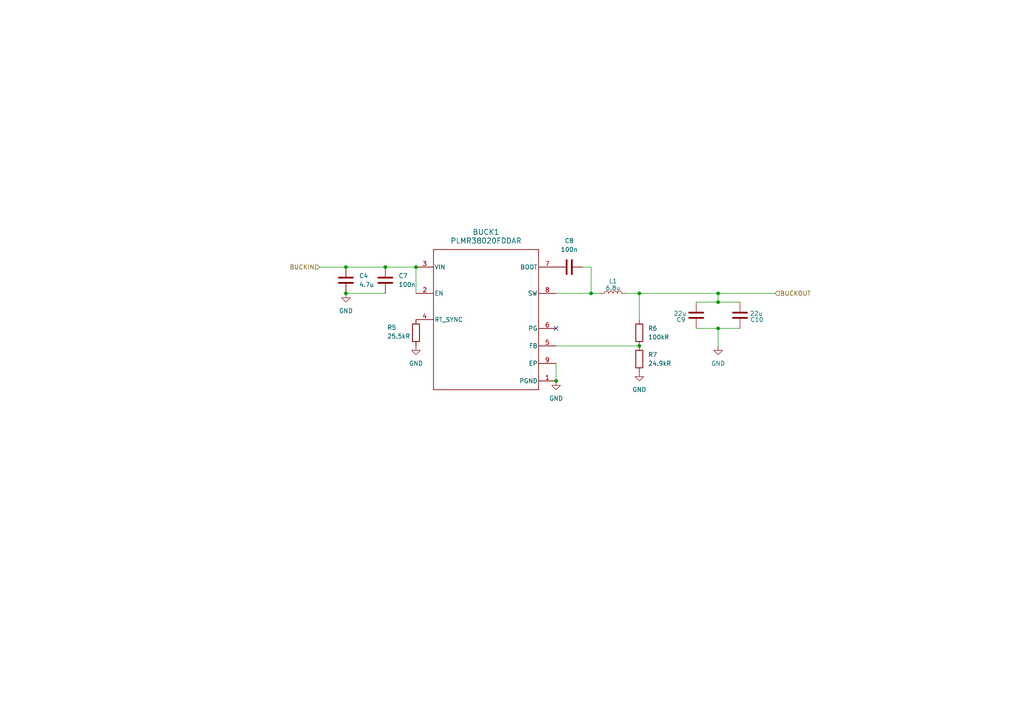
<source format=kicad_sch>
(kicad_sch
	(version 20231120)
	(generator "eeschema")
	(generator_version "8.0")
	(uuid "f42cae02-cbdc-43b6-884f-a365e09c33ae")
	(paper "A4")
	(lib_symbols
		(symbol "Device:C"
			(pin_numbers hide)
			(pin_names
				(offset 0.254)
			)
			(exclude_from_sim no)
			(in_bom yes)
			(on_board yes)
			(property "Reference" "C"
				(at 0.635 2.54 0)
				(effects
					(font
						(size 1.27 1.27)
					)
					(justify left)
				)
			)
			(property "Value" "C"
				(at 0.635 -2.54 0)
				(effects
					(font
						(size 1.27 1.27)
					)
					(justify left)
				)
			)
			(property "Footprint" ""
				(at 0.9652 -3.81 0)
				(effects
					(font
						(size 1.27 1.27)
					)
					(hide yes)
				)
			)
			(property "Datasheet" "~"
				(at 0 0 0)
				(effects
					(font
						(size 1.27 1.27)
					)
					(hide yes)
				)
			)
			(property "Description" "Unpolarized capacitor"
				(at 0 0 0)
				(effects
					(font
						(size 1.27 1.27)
					)
					(hide yes)
				)
			)
			(property "ki_keywords" "cap capacitor"
				(at 0 0 0)
				(effects
					(font
						(size 1.27 1.27)
					)
					(hide yes)
				)
			)
			(property "ki_fp_filters" "C_*"
				(at 0 0 0)
				(effects
					(font
						(size 1.27 1.27)
					)
					(hide yes)
				)
			)
			(symbol "C_0_1"
				(polyline
					(pts
						(xy -2.032 -0.762) (xy 2.032 -0.762)
					)
					(stroke
						(width 0.508)
						(type default)
					)
					(fill
						(type none)
					)
				)
				(polyline
					(pts
						(xy -2.032 0.762) (xy 2.032 0.762)
					)
					(stroke
						(width 0.508)
						(type default)
					)
					(fill
						(type none)
					)
				)
			)
			(symbol "C_1_1"
				(pin passive line
					(at 0 3.81 270)
					(length 2.794)
					(name "~"
						(effects
							(font
								(size 1.27 1.27)
							)
						)
					)
					(number "1"
						(effects
							(font
								(size 1.27 1.27)
							)
						)
					)
				)
				(pin passive line
					(at 0 -3.81 90)
					(length 2.794)
					(name "~"
						(effects
							(font
								(size 1.27 1.27)
							)
						)
					)
					(number "2"
						(effects
							(font
								(size 1.27 1.27)
							)
						)
					)
				)
			)
		)
		(symbol "Device:L"
			(pin_numbers hide)
			(pin_names
				(offset 1.016) hide)
			(exclude_from_sim no)
			(in_bom yes)
			(on_board yes)
			(property "Reference" "L"
				(at -1.27 0 90)
				(effects
					(font
						(size 1.27 1.27)
					)
				)
			)
			(property "Value" "L"
				(at 1.905 0 90)
				(effects
					(font
						(size 1.27 1.27)
					)
				)
			)
			(property "Footprint" ""
				(at 0 0 0)
				(effects
					(font
						(size 1.27 1.27)
					)
					(hide yes)
				)
			)
			(property "Datasheet" "~"
				(at 0 0 0)
				(effects
					(font
						(size 1.27 1.27)
					)
					(hide yes)
				)
			)
			(property "Description" "Inductor"
				(at 0 0 0)
				(effects
					(font
						(size 1.27 1.27)
					)
					(hide yes)
				)
			)
			(property "ki_keywords" "inductor choke coil reactor magnetic"
				(at 0 0 0)
				(effects
					(font
						(size 1.27 1.27)
					)
					(hide yes)
				)
			)
			(property "ki_fp_filters" "Choke_* *Coil* Inductor_* L_*"
				(at 0 0 0)
				(effects
					(font
						(size 1.27 1.27)
					)
					(hide yes)
				)
			)
			(symbol "L_0_1"
				(arc
					(start 0 -2.54)
					(mid 0.6323 -1.905)
					(end 0 -1.27)
					(stroke
						(width 0)
						(type default)
					)
					(fill
						(type none)
					)
				)
				(arc
					(start 0 -1.27)
					(mid 0.6323 -0.635)
					(end 0 0)
					(stroke
						(width 0)
						(type default)
					)
					(fill
						(type none)
					)
				)
				(arc
					(start 0 0)
					(mid 0.6323 0.635)
					(end 0 1.27)
					(stroke
						(width 0)
						(type default)
					)
					(fill
						(type none)
					)
				)
				(arc
					(start 0 1.27)
					(mid 0.6323 1.905)
					(end 0 2.54)
					(stroke
						(width 0)
						(type default)
					)
					(fill
						(type none)
					)
				)
			)
			(symbol "L_1_1"
				(pin passive line
					(at 0 3.81 270)
					(length 1.27)
					(name "1"
						(effects
							(font
								(size 1.27 1.27)
							)
						)
					)
					(number "1"
						(effects
							(font
								(size 1.27 1.27)
							)
						)
					)
				)
				(pin passive line
					(at 0 -3.81 90)
					(length 1.27)
					(name "2"
						(effects
							(font
								(size 1.27 1.27)
							)
						)
					)
					(number "2"
						(effects
							(font
								(size 1.27 1.27)
							)
						)
					)
				)
			)
		)
		(symbol "Device:R"
			(pin_numbers hide)
			(pin_names
				(offset 0)
			)
			(exclude_from_sim no)
			(in_bom yes)
			(on_board yes)
			(property "Reference" "R"
				(at 2.032 0 90)
				(effects
					(font
						(size 1.27 1.27)
					)
				)
			)
			(property "Value" "R"
				(at 0 0 90)
				(effects
					(font
						(size 1.27 1.27)
					)
				)
			)
			(property "Footprint" ""
				(at -1.778 0 90)
				(effects
					(font
						(size 1.27 1.27)
					)
					(hide yes)
				)
			)
			(property "Datasheet" "~"
				(at 0 0 0)
				(effects
					(font
						(size 1.27 1.27)
					)
					(hide yes)
				)
			)
			(property "Description" "Resistor"
				(at 0 0 0)
				(effects
					(font
						(size 1.27 1.27)
					)
					(hide yes)
				)
			)
			(property "ki_keywords" "R res resistor"
				(at 0 0 0)
				(effects
					(font
						(size 1.27 1.27)
					)
					(hide yes)
				)
			)
			(property "ki_fp_filters" "R_*"
				(at 0 0 0)
				(effects
					(font
						(size 1.27 1.27)
					)
					(hide yes)
				)
			)
			(symbol "R_0_1"
				(rectangle
					(start -1.016 -2.54)
					(end 1.016 2.54)
					(stroke
						(width 0.254)
						(type default)
					)
					(fill
						(type none)
					)
				)
			)
			(symbol "R_1_1"
				(pin passive line
					(at 0 3.81 270)
					(length 1.27)
					(name "~"
						(effects
							(font
								(size 1.27 1.27)
							)
						)
					)
					(number "1"
						(effects
							(font
								(size 1.27 1.27)
							)
						)
					)
				)
				(pin passive line
					(at 0 -3.81 90)
					(length 1.27)
					(name "~"
						(effects
							(font
								(size 1.27 1.27)
							)
						)
					)
					(number "2"
						(effects
							(font
								(size 1.27 1.27)
							)
						)
					)
				)
			)
		)
		(symbol "LMR38020:PLMR38020FDDAR"
			(pin_names
				(offset 0.254)
			)
			(exclude_from_sim no)
			(in_bom yes)
			(on_board yes)
			(property "Reference" "U"
				(at 0 2.54 0)
				(effects
					(font
						(size 1.524 1.524)
					)
				)
			)
			(property "Value" "PLMR38020FDDAR"
				(at 0 0 0)
				(effects
					(font
						(size 1.524 1.524)
					)
				)
			)
			(property "Footprint" "LMR38020:LMR38020"
				(at 0 0 0)
				(effects
					(font
						(size 1.27 1.27)
						(italic yes)
					)
					(hide yes)
				)
			)
			(property "Datasheet" "PLMR38020FDDAR"
				(at 0 0 0)
				(effects
					(font
						(size 1.27 1.27)
						(italic yes)
					)
					(hide yes)
				)
			)
			(property "Description" ""
				(at 0 0 0)
				(effects
					(font
						(size 1.27 1.27)
					)
					(hide yes)
				)
			)
			(property "ki_keywords" "PLMR38020FDDAR"
				(at 0 0 0)
				(effects
					(font
						(size 1.27 1.27)
					)
					(hide yes)
				)
			)
			(property "ki_fp_filters" "DDA0008E-IPC_A DDA0008E-IPC_B DDA0008E-IPC_C DDA0008E-MFG"
				(at 0 0 0)
				(effects
					(font
						(size 1.27 1.27)
					)
					(hide yes)
				)
			)
			(symbol "PLMR38020FDDAR_0_1"
				(polyline
					(pts
						(xy 5.08 -35.56) (xy 35.56 -35.56)
					)
					(stroke
						(width 0.2032)
						(type default)
					)
					(fill
						(type none)
					)
				)
				(polyline
					(pts
						(xy 5.08 5.08) (xy 5.08 -35.56)
					)
					(stroke
						(width 0.2032)
						(type default)
					)
					(fill
						(type none)
					)
				)
				(polyline
					(pts
						(xy 35.56 -35.56) (xy 35.56 5.08)
					)
					(stroke
						(width 0.2032)
						(type default)
					)
					(fill
						(type none)
					)
				)
				(polyline
					(pts
						(xy 35.56 5.08) (xy 5.08 5.08)
					)
					(stroke
						(width 0.2032)
						(type default)
					)
					(fill
						(type none)
					)
				)
				(pin power_in line
					(at 40.64 -33.02 180)
					(length 5.08)
					(name "PGND"
						(effects
							(font
								(size 1.27 1.27)
							)
						)
					)
					(number "1"
						(effects
							(font
								(size 1.27 1.27)
							)
						)
					)
				)
				(pin input line
					(at 0 -7.62 0)
					(length 5.08)
					(name "EN"
						(effects
							(font
								(size 1.27 1.27)
							)
						)
					)
					(number "2"
						(effects
							(font
								(size 1.27 1.27)
							)
						)
					)
				)
				(pin power_in line
					(at 0 0 0)
					(length 5.08)
					(name "VIN"
						(effects
							(font
								(size 1.27 1.27)
							)
						)
					)
					(number "3"
						(effects
							(font
								(size 1.27 1.27)
							)
						)
					)
				)
				(pin unspecified line
					(at 0 -15.24 0)
					(length 5.08)
					(name "RT_SYNC"
						(effects
							(font
								(size 1.27 1.27)
							)
						)
					)
					(number "4"
						(effects
							(font
								(size 1.27 1.27)
							)
						)
					)
				)
				(pin unspecified line
					(at 40.64 -22.86 180)
					(length 5.08)
					(name "FB"
						(effects
							(font
								(size 1.27 1.27)
							)
						)
					)
					(number "5"
						(effects
							(font
								(size 1.27 1.27)
							)
						)
					)
				)
				(pin open_collector line
					(at 40.64 -17.78 180)
					(length 5.08)
					(name "PG"
						(effects
							(font
								(size 1.27 1.27)
							)
						)
					)
					(number "6"
						(effects
							(font
								(size 1.27 1.27)
							)
						)
					)
				)
				(pin unspecified line
					(at 40.64 0 180)
					(length 5.08)
					(name "BOOT"
						(effects
							(font
								(size 1.27 1.27)
							)
						)
					)
					(number "7"
						(effects
							(font
								(size 1.27 1.27)
							)
						)
					)
				)
				(pin unspecified line
					(at 40.64 -7.62 180)
					(length 5.08)
					(name "SW"
						(effects
							(font
								(size 1.27 1.27)
							)
						)
					)
					(number "8"
						(effects
							(font
								(size 1.27 1.27)
							)
						)
					)
				)
				(pin unspecified line
					(at 40.64 -27.94 180)
					(length 5.08)
					(name "EP"
						(effects
							(font
								(size 1.27 1.27)
							)
						)
					)
					(number "9"
						(effects
							(font
								(size 1.27 1.27)
							)
						)
					)
				)
			)
		)
		(symbol "power:GND"
			(power)
			(pin_numbers hide)
			(pin_names
				(offset 0) hide)
			(exclude_from_sim no)
			(in_bom yes)
			(on_board yes)
			(property "Reference" "#PWR"
				(at 0 -6.35 0)
				(effects
					(font
						(size 1.27 1.27)
					)
					(hide yes)
				)
			)
			(property "Value" "GND"
				(at 0 -3.81 0)
				(effects
					(font
						(size 1.27 1.27)
					)
				)
			)
			(property "Footprint" ""
				(at 0 0 0)
				(effects
					(font
						(size 1.27 1.27)
					)
					(hide yes)
				)
			)
			(property "Datasheet" ""
				(at 0 0 0)
				(effects
					(font
						(size 1.27 1.27)
					)
					(hide yes)
				)
			)
			(property "Description" "Power symbol creates a global label with name \"GND\" , ground"
				(at 0 0 0)
				(effects
					(font
						(size 1.27 1.27)
					)
					(hide yes)
				)
			)
			(property "ki_keywords" "global power"
				(at 0 0 0)
				(effects
					(font
						(size 1.27 1.27)
					)
					(hide yes)
				)
			)
			(symbol "GND_0_1"
				(polyline
					(pts
						(xy 0 0) (xy 0 -1.27) (xy 1.27 -1.27) (xy 0 -2.54) (xy -1.27 -1.27) (xy 0 -1.27)
					)
					(stroke
						(width 0)
						(type default)
					)
					(fill
						(type none)
					)
				)
			)
			(symbol "GND_1_1"
				(pin power_in line
					(at 0 0 270)
					(length 0)
					(name "~"
						(effects
							(font
								(size 1.27 1.27)
							)
						)
					)
					(number "1"
						(effects
							(font
								(size 1.27 1.27)
							)
						)
					)
				)
			)
		)
	)
	(junction
		(at 171.45 85.09)
		(diameter 0)
		(color 0 0 0 0)
		(uuid "12244384-c80a-44b1-bc1e-edf6827fbef6")
	)
	(junction
		(at 185.42 100.33)
		(diameter 0)
		(color 0 0 0 0)
		(uuid "23037189-bab7-42d5-b70a-9f1fbf3e9908")
	)
	(junction
		(at 208.28 85.09)
		(diameter 0)
		(color 0 0 0 0)
		(uuid "2585c1f6-429a-4b43-8fba-50c8c2350566")
	)
	(junction
		(at 111.76 77.47)
		(diameter 0)
		(color 0 0 0 0)
		(uuid "26cf5d6c-1ee2-426a-b38a-5cc2709a5511")
	)
	(junction
		(at 120.65 77.47)
		(diameter 0)
		(color 0 0 0 0)
		(uuid "3740b8a1-599e-46cb-a866-0b3a6bd57b8f")
	)
	(junction
		(at 185.42 85.09)
		(diameter 0)
		(color 0 0 0 0)
		(uuid "8e9cf4ac-306b-4acf-8b37-d8ad8636fccb")
	)
	(junction
		(at 100.33 77.47)
		(diameter 0)
		(color 0 0 0 0)
		(uuid "9e948259-c6d9-4e35-96e9-9168c743b237")
	)
	(junction
		(at 100.33 85.09)
		(diameter 0)
		(color 0 0 0 0)
		(uuid "a078a2f5-93ba-4229-999f-d795a1c34251")
	)
	(junction
		(at 208.28 87.63)
		(diameter 0)
		(color 0 0 0 0)
		(uuid "bab6ca38-8c1a-43de-a66e-30f3184522e0")
	)
	(junction
		(at 161.29 110.49)
		(diameter 0)
		(color 0 0 0 0)
		(uuid "c7f14969-72f6-4048-801e-df96c3a43bf8")
	)
	(junction
		(at 208.28 95.25)
		(diameter 0)
		(color 0 0 0 0)
		(uuid "e18f58be-6269-4541-af74-d49188732381")
	)
	(no_connect
		(at 161.29 95.25)
		(uuid "7e9c3591-0c6b-415e-872d-2fdae0bbefd8")
	)
	(wire
		(pts
			(xy 181.61 85.09) (xy 185.42 85.09)
		)
		(stroke
			(width 0)
			(type default)
		)
		(uuid "0314460b-bbd3-4bf7-8380-ef09a4f8b81e")
	)
	(wire
		(pts
			(xy 120.65 77.47) (xy 120.65 85.09)
		)
		(stroke
			(width 0)
			(type default)
		)
		(uuid "0b0a515b-996e-4fb5-a610-9e61f3b95c3c")
	)
	(wire
		(pts
			(xy 161.29 105.41) (xy 161.29 110.49)
		)
		(stroke
			(width 0)
			(type default)
		)
		(uuid "0c9178b5-ca78-4b74-8083-17761e757f41")
	)
	(wire
		(pts
			(xy 208.28 95.25) (xy 208.28 100.33)
		)
		(stroke
			(width 0)
			(type default)
		)
		(uuid "0cf5bcbe-6420-4f50-9bc7-30620475a46a")
	)
	(wire
		(pts
			(xy 185.42 85.09) (xy 185.42 92.71)
		)
		(stroke
			(width 0)
			(type default)
		)
		(uuid "3647759a-76aa-4e53-a49e-018cc2639ee0")
	)
	(wire
		(pts
			(xy 120.65 77.47) (xy 111.76 77.47)
		)
		(stroke
			(width 0)
			(type default)
		)
		(uuid "3a6904e4-0305-411c-a0ef-97d20733d290")
	)
	(wire
		(pts
			(xy 161.29 100.33) (xy 185.42 100.33)
		)
		(stroke
			(width 0)
			(type default)
		)
		(uuid "48d69bbd-25d1-4796-8792-faecfe7ef701")
	)
	(wire
		(pts
			(xy 171.45 85.09) (xy 161.29 85.09)
		)
		(stroke
			(width 0)
			(type default)
		)
		(uuid "4936edd6-e1da-4138-b74c-09c021d264f2")
	)
	(wire
		(pts
			(xy 100.33 85.09) (xy 111.76 85.09)
		)
		(stroke
			(width 0)
			(type default)
		)
		(uuid "6421f9bd-2a38-42ed-b7ab-961d2e2157e5")
	)
	(wire
		(pts
			(xy 208.28 85.09) (xy 224.79 85.09)
		)
		(stroke
			(width 0)
			(type default)
		)
		(uuid "657420af-3ced-4706-8bc2-5017aa58b25d")
	)
	(wire
		(pts
			(xy 185.42 85.09) (xy 208.28 85.09)
		)
		(stroke
			(width 0)
			(type default)
		)
		(uuid "82f3b981-bb60-4eb2-b3db-508a74a86798")
	)
	(wire
		(pts
			(xy 92.71 77.47) (xy 100.33 77.47)
		)
		(stroke
			(width 0)
			(type default)
		)
		(uuid "90b40540-af3c-4696-86bb-a5a739374d87")
	)
	(wire
		(pts
			(xy 171.45 77.47) (xy 168.91 77.47)
		)
		(stroke
			(width 0)
			(type default)
		)
		(uuid "9c2d947f-aa95-42d2-9728-35dd93d44e14")
	)
	(wire
		(pts
			(xy 201.93 95.25) (xy 208.28 95.25)
		)
		(stroke
			(width 0)
			(type default)
		)
		(uuid "ced0232d-c476-49b7-9205-998c21aa1e23")
	)
	(wire
		(pts
			(xy 208.28 95.25) (xy 214.63 95.25)
		)
		(stroke
			(width 0)
			(type default)
		)
		(uuid "d48eae75-b9eb-4c0c-a290-11485af68b7c")
	)
	(wire
		(pts
			(xy 173.99 85.09) (xy 171.45 85.09)
		)
		(stroke
			(width 0)
			(type default)
		)
		(uuid "ddee6fd8-c153-40c7-9ae5-b415146e45eb")
	)
	(wire
		(pts
			(xy 208.28 85.09) (xy 208.28 87.63)
		)
		(stroke
			(width 0)
			(type default)
		)
		(uuid "e77d3fb6-6813-4a06-b030-8e948c8e5d93")
	)
	(wire
		(pts
			(xy 171.45 77.47) (xy 171.45 85.09)
		)
		(stroke
			(width 0)
			(type default)
		)
		(uuid "ef23fd3c-cfb1-431a-9327-dca2089a6df0")
	)
	(wire
		(pts
			(xy 100.33 77.47) (xy 111.76 77.47)
		)
		(stroke
			(width 0)
			(type default)
		)
		(uuid "f13dbdbf-652c-4253-958f-a08ec392f90f")
	)
	(wire
		(pts
			(xy 208.28 87.63) (xy 214.63 87.63)
		)
		(stroke
			(width 0)
			(type default)
		)
		(uuid "f93fc233-2c53-4c02-a952-2a65f3015802")
	)
	(wire
		(pts
			(xy 201.93 87.63) (xy 208.28 87.63)
		)
		(stroke
			(width 0)
			(type default)
		)
		(uuid "fe6320f2-a979-4424-943b-7d9c8c7f44e3")
	)
	(hierarchical_label "BUCKIN"
		(shape input)
		(at 92.71 77.47 180)
		(fields_autoplaced yes)
		(effects
			(font
				(size 1.27 1.27)
			)
			(justify right)
		)
		(uuid "7798ac0b-41cc-46d6-a752-dae4ba49ea13")
	)
	(hierarchical_label "BUCKOUT"
		(shape input)
		(at 224.79 85.09 0)
		(fields_autoplaced yes)
		(effects
			(font
				(size 1.27 1.27)
			)
			(justify left)
		)
		(uuid "945f6170-fc31-4b48-829d-6f4f3b895ab8")
	)
	(symbol
		(lib_id "power:GND")
		(at 208.28 100.33 0)
		(unit 1)
		(exclude_from_sim no)
		(in_bom yes)
		(on_board yes)
		(dnp no)
		(fields_autoplaced yes)
		(uuid "190b6ad0-591f-47be-9b80-a17057fcd3b3")
		(property "Reference" "#PWR046"
			(at 208.28 106.68 0)
			(effects
				(font
					(size 1.27 1.27)
				)
				(hide yes)
			)
		)
		(property "Value" "GND"
			(at 208.28 105.41 0)
			(effects
				(font
					(size 1.27 1.27)
				)
			)
		)
		(property "Footprint" ""
			(at 208.28 100.33 0)
			(effects
				(font
					(size 1.27 1.27)
				)
				(hide yes)
			)
		)
		(property "Datasheet" ""
			(at 208.28 100.33 0)
			(effects
				(font
					(size 1.27 1.27)
				)
				(hide yes)
			)
		)
		(property "Description" "Power symbol creates a global label with name \"GND\" , ground"
			(at 208.28 100.33 0)
			(effects
				(font
					(size 1.27 1.27)
				)
				(hide yes)
			)
		)
		(pin "1"
			(uuid "835d3d1d-97c3-43b3-bea7-8506f470c1fe")
		)
		(instances
			(project "PCB_CDFR"
				(path "/3c3cb7cd-e8cc-430c-ac5b-45b76eff6266/cb3bb705-7f4c-494f-95ba-ebbec583a1ba"
					(reference "#PWR046")
					(unit 1)
				)
			)
		)
	)
	(symbol
		(lib_id "power:GND")
		(at 185.42 107.95 0)
		(unit 1)
		(exclude_from_sim no)
		(in_bom yes)
		(on_board yes)
		(dnp no)
		(fields_autoplaced yes)
		(uuid "20b5e3f5-bb9a-4314-8721-02ef3df7b804")
		(property "Reference" "#PWR045"
			(at 185.42 114.3 0)
			(effects
				(font
					(size 1.27 1.27)
				)
				(hide yes)
			)
		)
		(property "Value" "GND"
			(at 185.42 113.03 0)
			(effects
				(font
					(size 1.27 1.27)
				)
			)
		)
		(property "Footprint" ""
			(at 185.42 107.95 0)
			(effects
				(font
					(size 1.27 1.27)
				)
				(hide yes)
			)
		)
		(property "Datasheet" ""
			(at 185.42 107.95 0)
			(effects
				(font
					(size 1.27 1.27)
				)
				(hide yes)
			)
		)
		(property "Description" "Power symbol creates a global label with name \"GND\" , ground"
			(at 185.42 107.95 0)
			(effects
				(font
					(size 1.27 1.27)
				)
				(hide yes)
			)
		)
		(pin "1"
			(uuid "8461ce13-f30e-484c-9f1a-e35ad973fbf2")
		)
		(instances
			(project "PCB_CDFR"
				(path "/3c3cb7cd-e8cc-430c-ac5b-45b76eff6266/cb3bb705-7f4c-494f-95ba-ebbec583a1ba"
					(reference "#PWR045")
					(unit 1)
				)
			)
		)
	)
	(symbol
		(lib_id "power:GND")
		(at 120.65 100.33 0)
		(unit 1)
		(exclude_from_sim no)
		(in_bom yes)
		(on_board yes)
		(dnp no)
		(fields_autoplaced yes)
		(uuid "4552e6b0-3452-4cf3-9fda-aca05ee831a3")
		(property "Reference" "#PWR043"
			(at 120.65 106.68 0)
			(effects
				(font
					(size 1.27 1.27)
				)
				(hide yes)
			)
		)
		(property "Value" "GND"
			(at 120.65 105.41 0)
			(effects
				(font
					(size 1.27 1.27)
				)
			)
		)
		(property "Footprint" ""
			(at 120.65 100.33 0)
			(effects
				(font
					(size 1.27 1.27)
				)
				(hide yes)
			)
		)
		(property "Datasheet" ""
			(at 120.65 100.33 0)
			(effects
				(font
					(size 1.27 1.27)
				)
				(hide yes)
			)
		)
		(property "Description" "Power symbol creates a global label with name \"GND\" , ground"
			(at 120.65 100.33 0)
			(effects
				(font
					(size 1.27 1.27)
				)
				(hide yes)
			)
		)
		(pin "1"
			(uuid "4b44d5cc-dec5-4e14-ba13-93ba9755b9e5")
		)
		(instances
			(project "PCB_CDFR"
				(path "/3c3cb7cd-e8cc-430c-ac5b-45b76eff6266/cb3bb705-7f4c-494f-95ba-ebbec583a1ba"
					(reference "#PWR043")
					(unit 1)
				)
			)
		)
	)
	(symbol
		(lib_id "Device:L")
		(at 177.8 85.09 90)
		(unit 1)
		(exclude_from_sim no)
		(in_bom yes)
		(on_board yes)
		(dnp no)
		(uuid "558755d4-5ea8-4338-9559-b1ed19fa42db")
		(property "Reference" "L1"
			(at 177.8 81.534 90)
			(effects
				(font
					(size 1.27 1.27)
				)
			)
		)
		(property "Value" "6.8u"
			(at 177.8 83.566 90)
			(effects
				(font
					(size 1.27 1.27)
				)
			)
		)
		(property "Footprint" ""
			(at 177.8 85.09 0)
			(effects
				(font
					(size 1.27 1.27)
				)
				(hide yes)
			)
		)
		(property "Datasheet" "~"
			(at 177.8 85.09 0)
			(effects
				(font
					(size 1.27 1.27)
				)
				(hide yes)
			)
		)
		(property "Description" "Inductor"
			(at 177.8 85.09 0)
			(effects
				(font
					(size 1.27 1.27)
				)
				(hide yes)
			)
		)
		(pin "2"
			(uuid "7ded7c47-da10-4eb6-a64a-b65dfe6d702b")
		)
		(pin "1"
			(uuid "9a7e1751-fc84-4aed-8c69-4a57848dd5cb")
		)
		(instances
			(project "PCB_CDFR"
				(path "/3c3cb7cd-e8cc-430c-ac5b-45b76eff6266/cb3bb705-7f4c-494f-95ba-ebbec583a1ba"
					(reference "L1")
					(unit 1)
				)
			)
		)
	)
	(symbol
		(lib_id "Device:R")
		(at 120.65 96.52 0)
		(unit 1)
		(exclude_from_sim no)
		(in_bom yes)
		(on_board yes)
		(dnp no)
		(uuid "58bc4d75-bac0-4be8-8909-74e86d284b6c")
		(property "Reference" "R5"
			(at 112.268 94.996 0)
			(effects
				(font
					(size 1.27 1.27)
				)
				(justify left)
			)
		)
		(property "Value" "25.5kR"
			(at 112.268 97.536 0)
			(effects
				(font
					(size 1.27 1.27)
				)
				(justify left)
			)
		)
		(property "Footprint" ""
			(at 118.872 96.52 90)
			(effects
				(font
					(size 1.27 1.27)
				)
				(hide yes)
			)
		)
		(property "Datasheet" "~"
			(at 120.65 96.52 0)
			(effects
				(font
					(size 1.27 1.27)
				)
				(hide yes)
			)
		)
		(property "Description" "Resistor"
			(at 120.65 96.52 0)
			(effects
				(font
					(size 1.27 1.27)
				)
				(hide yes)
			)
		)
		(pin "1"
			(uuid "12d42c22-e59f-44ba-aa6d-8cda23970789")
		)
		(pin "2"
			(uuid "c55b50ae-55a7-4b65-835e-edff7331749d")
		)
		(instances
			(project "PCB_CDFR"
				(path "/3c3cb7cd-e8cc-430c-ac5b-45b76eff6266/cb3bb705-7f4c-494f-95ba-ebbec583a1ba"
					(reference "R5")
					(unit 1)
				)
			)
		)
	)
	(symbol
		(lib_id "power:GND")
		(at 100.33 85.09 0)
		(unit 1)
		(exclude_from_sim no)
		(in_bom yes)
		(on_board yes)
		(dnp no)
		(fields_autoplaced yes)
		(uuid "7da0d341-d9d9-42d8-bfd9-046690d03843")
		(property "Reference" "#PWR042"
			(at 100.33 91.44 0)
			(effects
				(font
					(size 1.27 1.27)
				)
				(hide yes)
			)
		)
		(property "Value" "GND"
			(at 100.33 90.17 0)
			(effects
				(font
					(size 1.27 1.27)
				)
			)
		)
		(property "Footprint" ""
			(at 100.33 85.09 0)
			(effects
				(font
					(size 1.27 1.27)
				)
				(hide yes)
			)
		)
		(property "Datasheet" ""
			(at 100.33 85.09 0)
			(effects
				(font
					(size 1.27 1.27)
				)
				(hide yes)
			)
		)
		(property "Description" "Power symbol creates a global label with name \"GND\" , ground"
			(at 100.33 85.09 0)
			(effects
				(font
					(size 1.27 1.27)
				)
				(hide yes)
			)
		)
		(pin "1"
			(uuid "7d0cfa89-183c-4524-a6a4-d4f8ff91daa3")
		)
		(instances
			(project "PCB_CDFR"
				(path "/3c3cb7cd-e8cc-430c-ac5b-45b76eff6266/cb3bb705-7f4c-494f-95ba-ebbec583a1ba"
					(reference "#PWR042")
					(unit 1)
				)
			)
		)
	)
	(symbol
		(lib_id "Device:R")
		(at 185.42 96.52 180)
		(unit 1)
		(exclude_from_sim no)
		(in_bom yes)
		(on_board yes)
		(dnp no)
		(fields_autoplaced yes)
		(uuid "7db451eb-c23b-446f-9202-d7b5636cd186")
		(property "Reference" "R6"
			(at 187.96 95.2499 0)
			(effects
				(font
					(size 1.27 1.27)
				)
				(justify right)
			)
		)
		(property "Value" "100kR"
			(at 187.96 97.7899 0)
			(effects
				(font
					(size 1.27 1.27)
				)
				(justify right)
			)
		)
		(property "Footprint" ""
			(at 187.198 96.52 90)
			(effects
				(font
					(size 1.27 1.27)
				)
				(hide yes)
			)
		)
		(property "Datasheet" "~"
			(at 185.42 96.52 0)
			(effects
				(font
					(size 1.27 1.27)
				)
				(hide yes)
			)
		)
		(property "Description" "Resistor"
			(at 185.42 96.52 0)
			(effects
				(font
					(size 1.27 1.27)
				)
				(hide yes)
			)
		)
		(pin "1"
			(uuid "3b5237f6-2044-44be-9c6a-1e81739332e8")
		)
		(pin "2"
			(uuid "a73aed32-5af9-4979-a89a-f4843ce47015")
		)
		(instances
			(project "PCB_CDFR"
				(path "/3c3cb7cd-e8cc-430c-ac5b-45b76eff6266/cb3bb705-7f4c-494f-95ba-ebbec583a1ba"
					(reference "R6")
					(unit 1)
				)
			)
		)
	)
	(symbol
		(lib_id "Device:C")
		(at 100.33 81.28 0)
		(unit 1)
		(exclude_from_sim no)
		(in_bom yes)
		(on_board yes)
		(dnp no)
		(fields_autoplaced yes)
		(uuid "7fe665fa-1396-4332-b450-38b8592eafe2")
		(property "Reference" "C4"
			(at 104.14 80.0099 0)
			(effects
				(font
					(size 1.27 1.27)
				)
				(justify left)
			)
		)
		(property "Value" "4.7u"
			(at 104.14 82.5499 0)
			(effects
				(font
					(size 1.27 1.27)
				)
				(justify left)
			)
		)
		(property "Footprint" ""
			(at 101.2952 85.09 0)
			(effects
				(font
					(size 1.27 1.27)
				)
				(hide yes)
			)
		)
		(property "Datasheet" "~"
			(at 100.33 81.28 0)
			(effects
				(font
					(size 1.27 1.27)
				)
				(hide yes)
			)
		)
		(property "Description" "Unpolarized capacitor"
			(at 100.33 81.28 0)
			(effects
				(font
					(size 1.27 1.27)
				)
				(hide yes)
			)
		)
		(pin "2"
			(uuid "5e3f81f2-629f-49dd-a1f3-15cd0e59ac0e")
		)
		(pin "1"
			(uuid "18a2ae90-1d61-4e01-a343-956e5240e8b5")
		)
		(instances
			(project "PCB_CDFR"
				(path "/3c3cb7cd-e8cc-430c-ac5b-45b76eff6266/cb3bb705-7f4c-494f-95ba-ebbec583a1ba"
					(reference "C4")
					(unit 1)
				)
			)
		)
	)
	(symbol
		(lib_id "Device:C")
		(at 214.63 91.44 0)
		(unit 1)
		(exclude_from_sim no)
		(in_bom yes)
		(on_board yes)
		(dnp no)
		(uuid "93439829-d3d9-4425-afe6-5944fc576b2d")
		(property "Reference" "C10"
			(at 221.488 92.71 0)
			(effects
				(font
					(size 1.27 1.27)
				)
				(justify right)
			)
		)
		(property "Value" "22u"
			(at 221.234 90.932 0)
			(effects
				(font
					(size 1.27 1.27)
				)
				(justify right)
			)
		)
		(property "Footprint" ""
			(at 215.5952 95.25 0)
			(effects
				(font
					(size 1.27 1.27)
				)
				(hide yes)
			)
		)
		(property "Datasheet" "~"
			(at 214.63 91.44 0)
			(effects
				(font
					(size 1.27 1.27)
				)
				(hide yes)
			)
		)
		(property "Description" "Unpolarized capacitor"
			(at 214.63 91.44 0)
			(effects
				(font
					(size 1.27 1.27)
				)
				(hide yes)
			)
		)
		(pin "2"
			(uuid "5efe9c37-760d-4bcf-95dd-de358396f8f8")
		)
		(pin "1"
			(uuid "ef29fecb-6995-41de-97ef-65ba925919df")
		)
		(instances
			(project "PCB_CDFR"
				(path "/3c3cb7cd-e8cc-430c-ac5b-45b76eff6266/cb3bb705-7f4c-494f-95ba-ebbec583a1ba"
					(reference "C10")
					(unit 1)
				)
			)
		)
	)
	(symbol
		(lib_id "power:GND")
		(at 161.29 110.49 0)
		(unit 1)
		(exclude_from_sim no)
		(in_bom yes)
		(on_board yes)
		(dnp no)
		(fields_autoplaced yes)
		(uuid "a5f324cf-9604-4f2b-96fc-772858783344")
		(property "Reference" "#PWR044"
			(at 161.29 116.84 0)
			(effects
				(font
					(size 1.27 1.27)
				)
				(hide yes)
			)
		)
		(property "Value" "GND"
			(at 161.29 115.57 0)
			(effects
				(font
					(size 1.27 1.27)
				)
			)
		)
		(property "Footprint" ""
			(at 161.29 110.49 0)
			(effects
				(font
					(size 1.27 1.27)
				)
				(hide yes)
			)
		)
		(property "Datasheet" ""
			(at 161.29 110.49 0)
			(effects
				(font
					(size 1.27 1.27)
				)
				(hide yes)
			)
		)
		(property "Description" "Power symbol creates a global label with name \"GND\" , ground"
			(at 161.29 110.49 0)
			(effects
				(font
					(size 1.27 1.27)
				)
				(hide yes)
			)
		)
		(pin "1"
			(uuid "3e6c31de-725c-4364-9f84-65aaf4061c61")
		)
		(instances
			(project "PCB_CDFR"
				(path "/3c3cb7cd-e8cc-430c-ac5b-45b76eff6266/cb3bb705-7f4c-494f-95ba-ebbec583a1ba"
					(reference "#PWR044")
					(unit 1)
				)
			)
		)
	)
	(symbol
		(lib_id "Device:C")
		(at 201.93 91.44 0)
		(unit 1)
		(exclude_from_sim no)
		(in_bom yes)
		(on_board yes)
		(dnp no)
		(uuid "c057b75e-0aaf-4349-af22-a4e5627d21f9")
		(property "Reference" "C9"
			(at 198.882 92.71 0)
			(effects
				(font
					(size 1.27 1.27)
				)
				(justify right)
			)
		)
		(property "Value" "22u"
			(at 199.136 90.932 0)
			(effects
				(font
					(size 1.27 1.27)
				)
				(justify right)
			)
		)
		(property "Footprint" ""
			(at 202.8952 95.25 0)
			(effects
				(font
					(size 1.27 1.27)
				)
				(hide yes)
			)
		)
		(property "Datasheet" "~"
			(at 201.93 91.44 0)
			(effects
				(font
					(size 1.27 1.27)
				)
				(hide yes)
			)
		)
		(property "Description" "Unpolarized capacitor"
			(at 201.93 91.44 0)
			(effects
				(font
					(size 1.27 1.27)
				)
				(hide yes)
			)
		)
		(pin "2"
			(uuid "79b7f1c8-e59d-4d94-9f60-d1ede01a131f")
		)
		(pin "1"
			(uuid "1e540bba-5eac-4a2f-91ab-bdbcb36ccb1a")
		)
		(instances
			(project "PCB_CDFR"
				(path "/3c3cb7cd-e8cc-430c-ac5b-45b76eff6266/cb3bb705-7f4c-494f-95ba-ebbec583a1ba"
					(reference "C9")
					(unit 1)
				)
			)
		)
	)
	(symbol
		(lib_id "Device:C")
		(at 111.76 81.28 0)
		(unit 1)
		(exclude_from_sim no)
		(in_bom yes)
		(on_board yes)
		(dnp no)
		(fields_autoplaced yes)
		(uuid "c0656467-424a-42f9-b050-09a44ed5f51d")
		(property "Reference" "C7"
			(at 115.57 80.0099 0)
			(effects
				(font
					(size 1.27 1.27)
				)
				(justify left)
			)
		)
		(property "Value" "100n"
			(at 115.57 82.5499 0)
			(effects
				(font
					(size 1.27 1.27)
				)
				(justify left)
			)
		)
		(property "Footprint" ""
			(at 112.7252 85.09 0)
			(effects
				(font
					(size 1.27 1.27)
				)
				(hide yes)
			)
		)
		(property "Datasheet" "~"
			(at 111.76 81.28 0)
			(effects
				(font
					(size 1.27 1.27)
				)
				(hide yes)
			)
		)
		(property "Description" "Unpolarized capacitor"
			(at 111.76 81.28 0)
			(effects
				(font
					(size 1.27 1.27)
				)
				(hide yes)
			)
		)
		(pin "2"
			(uuid "c8c5167b-cf1e-43cb-8e04-c31726cc6d38")
		)
		(pin "1"
			(uuid "5ce7fcb4-8f4a-46b2-9a22-08e43370635a")
		)
		(instances
			(project "PCB_CDFR"
				(path "/3c3cb7cd-e8cc-430c-ac5b-45b76eff6266/cb3bb705-7f4c-494f-95ba-ebbec583a1ba"
					(reference "C7")
					(unit 1)
				)
			)
		)
	)
	(symbol
		(lib_id "LMR38020:PLMR38020FDDAR")
		(at 120.65 77.47 0)
		(unit 1)
		(exclude_from_sim no)
		(in_bom yes)
		(on_board yes)
		(dnp no)
		(fields_autoplaced yes)
		(uuid "d7a76454-0c5e-40ad-bd21-4327e110fa95")
		(property "Reference" "BUCK1"
			(at 140.97 67.31 0)
			(effects
				(font
					(size 1.524 1.524)
				)
			)
		)
		(property "Value" "PLMR38020FDDAR"
			(at 140.97 69.85 0)
			(effects
				(font
					(size 1.524 1.524)
				)
			)
		)
		(property "Footprint" "LMR38020:LMR38020"
			(at 120.65 77.47 0)
			(effects
				(font
					(size 1.27 1.27)
					(italic yes)
				)
				(hide yes)
			)
		)
		(property "Datasheet" "PLMR38020FDDAR"
			(at 120.65 77.47 0)
			(effects
				(font
					(size 1.27 1.27)
					(italic yes)
				)
				(hide yes)
			)
		)
		(property "Description" ""
			(at 120.65 77.47 0)
			(effects
				(font
					(size 1.27 1.27)
				)
				(hide yes)
			)
		)
		(pin "3"
			(uuid "97c09415-cd73-44d3-ab49-63ccd406c1fb")
		)
		(pin "7"
			(uuid "60cb0099-52da-4fae-80b4-ea06a30f8623")
		)
		(pin "6"
			(uuid "68260e3d-b6c5-452e-b70b-ea364c543c6c")
		)
		(pin "4"
			(uuid "7a93af8a-54ab-40e6-bda7-ec3abdfb07af")
		)
		(pin "1"
			(uuid "f291d9fe-084a-4783-8220-80307eb8e5d6")
		)
		(pin "2"
			(uuid "239ebfa0-148f-4ce2-9a0d-021bd7792143")
		)
		(pin "8"
			(uuid "dea31261-c9db-46b1-a0c3-b7e8248872a0")
		)
		(pin "9"
			(uuid "8b8ea968-7094-48c4-b4d7-05b6c5d774ed")
		)
		(pin "5"
			(uuid "356e71d4-07e4-4268-85f2-24cb34936504")
		)
		(instances
			(project "PCB_CDFR"
				(path "/3c3cb7cd-e8cc-430c-ac5b-45b76eff6266/cb3bb705-7f4c-494f-95ba-ebbec583a1ba"
					(reference "BUCK1")
					(unit 1)
				)
			)
		)
	)
	(symbol
		(lib_id "Device:R")
		(at 185.42 104.14 180)
		(unit 1)
		(exclude_from_sim no)
		(in_bom yes)
		(on_board yes)
		(dnp no)
		(fields_autoplaced yes)
		(uuid "e7fb3718-f0a2-45f5-aec3-b651d6fc809a")
		(property "Reference" "R7"
			(at 187.96 102.8699 0)
			(effects
				(font
					(size 1.27 1.27)
				)
				(justify right)
			)
		)
		(property "Value" "24.9kR"
			(at 187.96 105.4099 0)
			(effects
				(font
					(size 1.27 1.27)
				)
				(justify right)
			)
		)
		(property "Footprint" ""
			(at 187.198 104.14 90)
			(effects
				(font
					(size 1.27 1.27)
				)
				(hide yes)
			)
		)
		(property "Datasheet" "~"
			(at 185.42 104.14 0)
			(effects
				(font
					(size 1.27 1.27)
				)
				(hide yes)
			)
		)
		(property "Description" "Resistor"
			(at 185.42 104.14 0)
			(effects
				(font
					(size 1.27 1.27)
				)
				(hide yes)
			)
		)
		(pin "1"
			(uuid "c787d763-e755-4633-9179-2d23808039f5")
		)
		(pin "2"
			(uuid "9ba0b130-fbd9-4673-86a9-e245e77bf542")
		)
		(instances
			(project "PCB_CDFR"
				(path "/3c3cb7cd-e8cc-430c-ac5b-45b76eff6266/cb3bb705-7f4c-494f-95ba-ebbec583a1ba"
					(reference "R7")
					(unit 1)
				)
			)
		)
	)
	(symbol
		(lib_id "Device:C")
		(at 165.1 77.47 90)
		(unit 1)
		(exclude_from_sim no)
		(in_bom yes)
		(on_board yes)
		(dnp no)
		(fields_autoplaced yes)
		(uuid "fde4e5b3-126d-474e-872b-743f08f0ef3b")
		(property "Reference" "C8"
			(at 165.1 69.85 90)
			(effects
				(font
					(size 1.27 1.27)
				)
			)
		)
		(property "Value" "100n"
			(at 165.1 72.39 90)
			(effects
				(font
					(size 1.27 1.27)
				)
			)
		)
		(property "Footprint" ""
			(at 168.91 76.5048 0)
			(effects
				(font
					(size 1.27 1.27)
				)
				(hide yes)
			)
		)
		(property "Datasheet" "~"
			(at 165.1 77.47 0)
			(effects
				(font
					(size 1.27 1.27)
				)
				(hide yes)
			)
		)
		(property "Description" "Unpolarized capacitor"
			(at 165.1 77.47 0)
			(effects
				(font
					(size 1.27 1.27)
				)
				(hide yes)
			)
		)
		(pin "2"
			(uuid "8c8075c2-ad5a-4c3c-9d49-171e85169b0f")
		)
		(pin "1"
			(uuid "94cab471-779c-41d4-aa8a-a4d9edd7a738")
		)
		(instances
			(project "PCB_CDFR"
				(path "/3c3cb7cd-e8cc-430c-ac5b-45b76eff6266/cb3bb705-7f4c-494f-95ba-ebbec583a1ba"
					(reference "C8")
					(unit 1)
				)
			)
		)
	)
)

</source>
